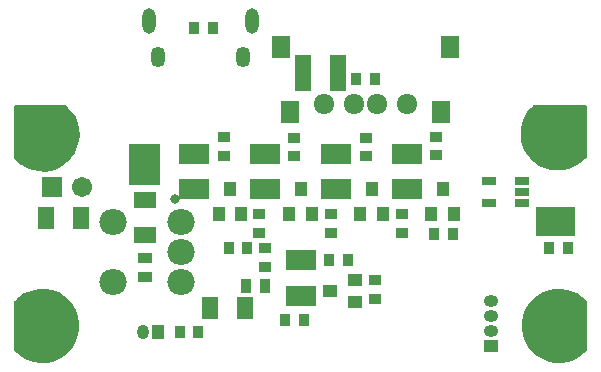
<source format=gbr>
%TF.GenerationSoftware,Altium Limited,Altium Designer,20.2.4 (192)*%
G04 Layer_Color=16711935*
%FSLAX26Y26*%
%MOIN*%
%TF.SameCoordinates,97307457-8CCF-4A7E-BA0C-C77F47F2EFA4*%
%TF.FilePolarity,Negative*%
%TF.FileFunction,Soldermask,Bot*%
%TF.Part,Single*%
G01*
G75*
%TA.AperFunction,SMDPad,CuDef*%
%ADD67R,0.056819X0.076000*%
%ADD68R,0.038000X0.046433*%
%ADD69R,0.035559X0.043433*%
%ADD70R,0.047370X0.039496*%
%ADD71R,0.039496X0.047370*%
%ADD72R,0.046433X0.038000*%
%ADD73R,0.076000X0.056819*%
%ADD74R,0.051307X0.031622*%
%ADD75R,0.098551X0.067055*%
%ADD76R,0.043433X0.035559*%
%ADD77R,0.056819X0.118630*%
%ADD78C,0.023000*%
%TA.AperFunction,ComponentPad*%
%ADD79O,0.043433X0.084772*%
%ADD80O,0.049339X0.069024*%
%ADD81O,0.090677X0.086740*%
%ADD82C,0.067055*%
%ADD83R,0.067055X0.067055*%
%ADD84O,0.067055X0.070992*%
%ADD85R,0.059181X0.076898*%
%TA.AperFunction,ViaPad*%
%ADD86C,0.165480*%
%TA.AperFunction,ComponentPad*%
%ADD87R,0.039496X0.048000*%
%ADD88O,0.039496X0.048000*%
%ADD89O,0.048000X0.039496*%
%ADD90R,0.048000X0.039496*%
%TA.AperFunction,TestPad*%
%ADD91C,0.031622*%
G36*
X1904534Y859324D02*
X1904786Y859307D01*
X1905051Y859289D01*
X1905054Y859289D01*
X1905057Y859288D01*
X1905310Y859238D01*
X1905565Y859187D01*
X1905568Y859186D01*
X1905572Y859185D01*
X1905831Y859097D01*
X1906062Y859019D01*
X1906064Y859017D01*
X1906068Y859016D01*
X1906308Y858897D01*
X1906532Y858787D01*
X1906535Y858785D01*
X1906538Y858783D01*
X1906752Y858640D01*
X1906968Y858495D01*
X1906970Y858493D01*
X1906973Y858491D01*
X1907167Y858321D01*
X1907362Y858149D01*
X1907364Y858147D01*
X1907367Y858145D01*
X1907530Y857959D01*
X1907708Y857755D01*
X1907710Y857752D01*
X1907712Y857750D01*
X1907850Y857543D01*
X1907999Y857319D01*
X1908001Y857316D01*
X1908002Y857314D01*
X1908116Y857083D01*
X1908231Y856849D01*
X1908232Y856846D01*
X1908234Y856843D01*
X1908313Y856606D01*
X1908400Y856352D01*
X1908400Y856349D01*
X1908401Y856346D01*
X1908453Y856085D01*
X1908502Y855838D01*
X1908502Y855835D01*
X1908503Y855832D01*
X1908520Y855560D01*
X1908536Y855315D01*
Y689961D01*
X1908531Y689883D01*
X1908533Y689808D01*
X1908514Y689626D01*
X1908502Y689438D01*
X1908487Y689361D01*
X1908479Y689286D01*
X1908437Y689109D01*
X1908400Y688923D01*
X1908375Y688849D01*
X1908357Y688776D01*
X1908292Y688606D01*
X1908231Y688427D01*
X1908197Y688357D01*
X1908170Y688287D01*
X1908082Y688125D01*
X1907999Y687956D01*
X1907956Y687892D01*
X1907920Y687826D01*
X1907812Y687676D01*
X1907708Y687520D01*
X1907657Y687463D01*
X1907612Y687401D01*
X1901301Y679795D01*
X1901255Y679746D01*
X1901215Y679694D01*
X1901076Y679558D01*
X1900941Y679415D01*
X1900889Y679373D01*
X1900842Y679326D01*
X1885905Y666380D01*
X1885852Y666340D01*
X1885803Y666295D01*
X1885643Y666181D01*
X1885487Y666063D01*
X1885430Y666031D01*
X1885375Y665992D01*
X1868525Y655659D01*
X1868466Y655628D01*
X1868411Y655592D01*
X1868234Y655506D01*
X1868061Y655415D01*
X1867999Y655392D01*
X1867939Y655363D01*
X1849627Y647921D01*
X1849564Y647900D01*
X1849504Y647873D01*
X1849315Y647817D01*
X1849130Y647756D01*
X1849064Y647743D01*
X1849001Y647724D01*
X1829720Y643372D01*
X1829654Y643362D01*
X1829590Y643345D01*
X1829396Y643321D01*
X1829202Y643291D01*
X1829135Y643289D01*
X1829069Y643281D01*
X1809336Y642136D01*
X1809270Y642136D01*
X1809204Y642130D01*
X1809006Y642139D01*
X1808812Y642140D01*
X1808747Y642149D01*
X1808680Y642152D01*
X1789025Y644245D01*
X1788959Y644256D01*
X1788893Y644261D01*
X1788703Y644301D01*
X1788508Y644334D01*
X1788444Y644354D01*
X1788380Y644368D01*
X1769330Y649643D01*
X1769267Y649664D01*
X1769203Y649680D01*
X1769021Y649750D01*
X1768835Y649815D01*
X1768776Y649845D01*
X1768714Y649869D01*
X1750782Y658184D01*
X1750723Y658216D01*
X1750662Y658242D01*
X1750494Y658341D01*
X1750322Y658435D01*
X1750268Y658474D01*
X1750211Y658508D01*
X1733877Y669640D01*
X1733825Y669681D01*
X1733769Y669716D01*
X1733619Y669842D01*
X1733464Y669963D01*
X1733417Y670010D01*
X1733367Y670053D01*
X1719070Y683702D01*
X1719025Y683751D01*
X1718976Y683796D01*
X1718847Y683945D01*
X1718715Y684089D01*
X1718677Y684143D01*
X1718634Y684193D01*
X1706758Y699994D01*
X1706722Y700051D01*
X1706680Y700102D01*
X1706579Y700269D01*
X1706472Y700433D01*
X1706443Y700493D01*
X1706408Y700550D01*
X1697273Y718078D01*
X1697245Y718140D01*
X1697213Y718197D01*
X1697141Y718377D01*
X1697061Y718558D01*
X1697043Y718622D01*
X1697018Y718684D01*
X1690867Y737469D01*
X1690851Y737533D01*
X1690828Y737596D01*
X1690786Y737787D01*
X1690737Y737976D01*
X1690729Y738042D01*
X1690715Y738107D01*
X1687715Y757644D01*
X1687709Y757712D01*
X1687697Y757776D01*
X1687686Y757970D01*
X1687669Y758167D01*
X1687672Y758234D01*
X1687669Y758300D01*
X1687899Y778064D01*
X1687904Y778130D01*
X1687903Y778197D01*
X1687925Y778393D01*
X1687940Y778587D01*
X1687953Y778652D01*
X1687961Y778718D01*
X1691416Y798180D01*
X1691432Y798245D01*
X1691441Y798310D01*
X1691494Y798498D01*
X1691541Y798689D01*
X1691565Y798751D01*
X1691583Y798815D01*
X1698170Y817451D01*
X1698197Y817513D01*
X1698217Y817576D01*
X1698300Y817753D01*
X1698377Y817933D01*
X1698411Y817990D01*
X1698439Y818051D01*
X1707981Y835361D01*
X1708017Y835417D01*
X1708047Y835476D01*
X1708158Y835637D01*
X1708264Y835802D01*
X1708307Y835853D01*
X1708345Y835908D01*
X1720585Y851428D01*
X1720630Y851477D01*
X1720669Y851531D01*
X1720805Y851672D01*
X1720936Y851817D01*
X1720987Y851860D01*
X1721033Y851908D01*
X1728339Y858564D01*
X1728474Y858672D01*
X1728603Y858785D01*
X1728678Y858835D01*
X1728748Y858891D01*
X1728898Y858981D01*
X1729040Y859076D01*
X1729120Y859115D01*
X1729198Y859162D01*
X1729356Y859231D01*
X1729511Y859307D01*
X1729596Y859336D01*
X1729678Y859372D01*
X1729843Y859420D01*
X1730007Y859475D01*
X1730096Y859492D01*
X1730182Y859517D01*
X1730351Y859543D01*
X1730522Y859577D01*
X1730612Y859582D01*
X1730700Y859596D01*
X1730872Y859599D01*
X1731045Y859610D01*
X1904534Y859324D01*
D02*
G37*
G36*
X170066Y859318D02*
X170142Y859321D01*
X170324Y859302D01*
X170512Y859289D01*
X170589Y859274D01*
X170663Y859266D01*
X170840Y859224D01*
X171027Y859187D01*
X171101Y859162D01*
X171173Y859144D01*
X171343Y859080D01*
X171523Y859019D01*
X171593Y858984D01*
X171663Y858957D01*
X171824Y858870D01*
X171994Y858787D01*
X172058Y858743D01*
X172124Y858707D01*
X172273Y858600D01*
X172429Y858495D01*
X172488Y858444D01*
X172549Y858400D01*
X180155Y852089D01*
X180203Y852043D01*
X180255Y852002D01*
X180392Y851864D01*
X180535Y851728D01*
X180577Y851677D01*
X180624Y851629D01*
X193570Y836693D01*
X193610Y836640D01*
X193655Y836591D01*
X193768Y836430D01*
X193886Y836275D01*
X193919Y836217D01*
X193958Y836163D01*
X204290Y819312D01*
X204322Y819253D01*
X204358Y819198D01*
X204443Y819022D01*
X204535Y818848D01*
X204558Y818786D01*
X204587Y818726D01*
X212029Y800415D01*
X212050Y800352D01*
X212077Y800291D01*
X212132Y800103D01*
X212194Y799917D01*
X212207Y799852D01*
X212226Y799788D01*
X216577Y780507D01*
X216588Y780441D01*
X216605Y780377D01*
X216629Y780183D01*
X216659Y779989D01*
X216661Y779923D01*
X216669Y779857D01*
X217814Y760124D01*
X217813Y760057D01*
X217819Y759991D01*
X217811Y759794D01*
X217810Y759599D01*
X217801Y759534D01*
X217798Y759467D01*
X215705Y739812D01*
X215694Y739746D01*
X215689Y739680D01*
X215649Y739490D01*
X215615Y739296D01*
X215595Y739232D01*
X215582Y739167D01*
X210307Y720118D01*
X210285Y720055D01*
X210270Y719990D01*
X210199Y719808D01*
X210135Y719623D01*
X210105Y719563D01*
X210081Y719501D01*
X201766Y701569D01*
X201734Y701511D01*
X201708Y701450D01*
X201609Y701281D01*
X201515Y701109D01*
X201476Y701055D01*
X201442Y700998D01*
X190310Y684664D01*
X190269Y684612D01*
X190233Y684556D01*
X190108Y684406D01*
X189987Y684251D01*
X189939Y684205D01*
X189897Y684154D01*
X176247Y669857D01*
X176199Y669813D01*
X176154Y669763D01*
X176005Y669635D01*
X175861Y669503D01*
X175807Y669465D01*
X175756Y669421D01*
X159955Y657546D01*
X159899Y657509D01*
X159848Y657468D01*
X159681Y657367D01*
X159517Y657259D01*
X159457Y657230D01*
X159400Y657196D01*
X141871Y648060D01*
X141810Y648033D01*
X141752Y648001D01*
X141572Y647928D01*
X141392Y647849D01*
X141327Y647830D01*
X141266Y647805D01*
X122481Y641655D01*
X122417Y641638D01*
X122354Y641616D01*
X122163Y641573D01*
X121973Y641525D01*
X121908Y641517D01*
X121842Y641502D01*
X102305Y638502D01*
X102238Y638496D01*
X102174Y638484D01*
X101980Y638474D01*
X101783Y638457D01*
X101716Y638460D01*
X101650Y638456D01*
X81885Y638687D01*
X81820Y638692D01*
X81753Y638690D01*
X81556Y638712D01*
X81363Y638727D01*
X81298Y638741D01*
X81231Y638748D01*
X61770Y642203D01*
X61705Y642219D01*
X61639Y642229D01*
X61451Y642282D01*
X61261Y642328D01*
X61199Y642353D01*
X61135Y642371D01*
X42498Y648958D01*
X42437Y648984D01*
X42374Y649004D01*
X42197Y649087D01*
X42017Y649164D01*
X41960Y649198D01*
X41899Y649227D01*
X24589Y658769D01*
X24532Y658805D01*
X24474Y658835D01*
X24312Y658946D01*
X24147Y659052D01*
X24097Y659094D01*
X24042Y659132D01*
X8522Y671373D01*
X8473Y671418D01*
X8419Y671457D01*
X8278Y671592D01*
X8133Y671724D01*
X8089Y671774D01*
X8041Y671821D01*
X1385Y679126D01*
X1278Y679261D01*
X1164Y679391D01*
X1115Y679465D01*
X1058Y679536D01*
X968Y679685D01*
X874Y679827D01*
X834Y679908D01*
X788Y679985D01*
X718Y680143D01*
X642Y680298D01*
X614Y680383D01*
X578Y680466D01*
X530Y680631D01*
X475Y680795D01*
X457Y680883D01*
X432Y680969D01*
X407Y681139D01*
X373Y681309D01*
X368Y681399D01*
X354Y681488D01*
X351Y681660D01*
X340Y681832D01*
X626Y855322D01*
X643Y855573D01*
X661Y855838D01*
X661Y855842D01*
X662Y855845D01*
X712Y856097D01*
X763Y856352D01*
X764Y856356D01*
X765Y856359D01*
X853Y856619D01*
X931Y856849D01*
X933Y856852D01*
X934Y856855D01*
X1053Y857095D01*
X1163Y857319D01*
X1165Y857322D01*
X1167Y857325D01*
X1310Y857539D01*
X1455Y857755D01*
X1457Y857758D01*
X1459Y857760D01*
X1629Y857954D01*
X1800Y858149D01*
X1803Y858152D01*
X1805Y858154D01*
X1991Y858317D01*
X2195Y858495D01*
X2198Y858497D01*
X2200Y858499D01*
X2407Y858637D01*
X2631Y858787D01*
X2634Y858788D01*
X2636Y858790D01*
X2867Y858903D01*
X3101Y859019D01*
X3104Y859020D01*
X3107Y859021D01*
X3344Y859101D01*
X3597Y859187D01*
X3601Y859188D01*
X3604Y859189D01*
X3865Y859240D01*
X4112Y859289D01*
X4115Y859289D01*
X4118Y859290D01*
X4390Y859308D01*
X4635Y859324D01*
X169989D01*
X170066Y859318D01*
D02*
G37*
G36*
X487205Y731348D02*
X487205Y594488D01*
X383858Y594488D01*
X383858Y731348D01*
X487205Y731348D01*
D02*
G37*
G36*
X1868110Y423228D02*
X1738189D01*
Y520668D01*
X1868110D01*
Y423228D01*
D02*
G37*
G36*
X1823561Y248181D02*
X1823741Y248174D01*
X1823822Y248160D01*
X1823903Y248154D01*
X1844321Y245164D01*
X1844400Y245147D01*
X1844482Y245137D01*
X1844657Y245092D01*
X1844833Y245054D01*
X1844910Y245027D01*
X1844989Y245006D01*
X1864596Y238574D01*
X1864672Y238543D01*
X1864750Y238520D01*
X1864914Y238446D01*
X1865083Y238378D01*
X1865154Y238338D01*
X1865228Y238304D01*
X1883449Y228618D01*
X1883518Y228575D01*
X1883591Y228538D01*
X1883740Y228437D01*
X1883895Y228342D01*
X1883958Y228290D01*
X1884025Y228244D01*
X1900324Y215588D01*
X1900385Y215534D01*
X1900451Y215486D01*
X1900580Y215361D01*
X1900716Y215240D01*
X1900770Y215178D01*
X1900828Y215122D01*
X1907777Y207495D01*
X1907883Y207363D01*
X1907994Y207236D01*
X1908046Y207159D01*
X1908104Y207085D01*
X1908192Y206940D01*
X1908285Y206800D01*
X1908327Y206716D01*
X1908375Y206636D01*
X1908443Y206482D01*
X1908517Y206330D01*
X1908547Y206242D01*
X1908585Y206156D01*
X1908632Y205993D01*
X1908686Y205833D01*
X1908704Y205741D01*
X1908730Y205652D01*
X1908755Y205485D01*
X1908788Y205319D01*
X1908794Y205226D01*
X1908808Y205134D01*
X1908811Y204964D01*
X1908822Y204796D01*
X1908823Y43236D01*
X1908812Y43067D01*
X1908808Y42898D01*
X1908794Y42806D01*
X1908788Y42713D01*
X1908755Y42546D01*
X1908730Y42379D01*
X1908704Y42290D01*
X1908686Y42198D01*
X1908632Y42038D01*
X1908585Y41876D01*
X1908547Y41790D01*
X1908517Y41702D01*
X1908443Y41550D01*
X1908375Y41395D01*
X1908327Y41315D01*
X1908285Y41231D01*
X1908192Y41092D01*
X1908104Y40946D01*
X1908046Y40873D01*
X1907994Y40795D01*
X1907883Y40669D01*
X1907777Y40536D01*
X1900828Y32909D01*
X1900769Y32852D01*
X1900716Y32791D01*
X1900581Y32671D01*
X1900451Y32546D01*
X1900384Y32497D01*
X1900324Y32443D01*
X1884025Y19787D01*
X1883958Y19741D01*
X1883895Y19689D01*
X1883740Y19594D01*
X1883591Y19493D01*
X1883519Y19457D01*
X1883449Y19414D01*
X1865228Y9727D01*
X1865154Y9693D01*
X1865083Y9653D01*
X1864916Y9586D01*
X1864750Y9512D01*
X1864672Y9488D01*
X1864596Y9458D01*
X1844989Y3025D01*
X1844911Y3005D01*
X1844833Y2977D01*
X1844656Y2939D01*
X1844482Y2894D01*
X1844400Y2885D01*
X1844321Y2868D01*
X1823903Y-122D01*
X1823822Y-129D01*
X1823741Y-143D01*
X1823561Y-150D01*
X1823381Y-164D01*
X1823299Y-160D01*
X1823217Y-163D01*
X1802589Y378D01*
X1802508Y385D01*
X1802426Y386D01*
X1802247Y409D01*
X1802067Y426D01*
X1801988Y444D01*
X1801907Y455D01*
X1781674Y4511D01*
X1781595Y4532D01*
X1781515Y4546D01*
X1781342Y4600D01*
X1781168Y4647D01*
X1781092Y4678D01*
X1781014Y4703D01*
X1761772Y12154D01*
X1761698Y12188D01*
X1761620Y12216D01*
X1761458Y12300D01*
X1761296Y12375D01*
X1761228Y12419D01*
X1761154Y12457D01*
X1743467Y23085D01*
X1743400Y23132D01*
X1743329Y23172D01*
X1743185Y23280D01*
X1743036Y23384D01*
X1742976Y23439D01*
X1742911Y23488D01*
X1727298Y36981D01*
X1727240Y37038D01*
X1727177Y37090D01*
X1727053Y37222D01*
X1726925Y37349D01*
X1726874Y37413D01*
X1726819Y37473D01*
X1713740Y53434D01*
X1713692Y53501D01*
X1713639Y53562D01*
X1713540Y53712D01*
X1713435Y53860D01*
X1713396Y53933D01*
X1713351Y54001D01*
X1703190Y71961D01*
X1703155Y72035D01*
X1703113Y72105D01*
X1703041Y72270D01*
X1702963Y72433D01*
X1702937Y72510D01*
X1702905Y72586D01*
X1695960Y92017D01*
X1695938Y92096D01*
X1695908Y92172D01*
X1695866Y92347D01*
X1695816Y92521D01*
X1695804Y92603D01*
X1695785Y92682D01*
X1692261Y113013D01*
X1692252Y113095D01*
X1692236Y113175D01*
X1692225Y113355D01*
X1692206Y113535D01*
X1692207Y113617D01*
X1692202Y113698D01*
X1692202Y134333D01*
X1692207Y134415D01*
X1692205Y134496D01*
X1692225Y134677D01*
X1692236Y134856D01*
X1692252Y134936D01*
X1692261Y135018D01*
X1695785Y155350D01*
X1695804Y155430D01*
X1695816Y155510D01*
X1695866Y155683D01*
X1695908Y155859D01*
X1695938Y155936D01*
X1695960Y156014D01*
X1702905Y175446D01*
X1702937Y175521D01*
X1702963Y175598D01*
X1703041Y175761D01*
X1703113Y175927D01*
X1703155Y175997D01*
X1703190Y176070D01*
X1713351Y194030D01*
X1713396Y194099D01*
X1713435Y194171D01*
X1713540Y194318D01*
X1713639Y194469D01*
X1713692Y194531D01*
X1713740Y194597D01*
X1726819Y210558D01*
X1726874Y210618D01*
X1726925Y210682D01*
X1727053Y210809D01*
X1727177Y210941D01*
X1727240Y210993D01*
X1727298Y211050D01*
X1742910Y224543D01*
X1742976Y224593D01*
X1743036Y224648D01*
X1743183Y224750D01*
X1743329Y224859D01*
X1743400Y224900D01*
X1743467Y224946D01*
X1761154Y235575D01*
X1761227Y235612D01*
X1761296Y235656D01*
X1761460Y235732D01*
X1761621Y235815D01*
X1761698Y235843D01*
X1761772Y235877D01*
X1781014Y243328D01*
X1781093Y243353D01*
X1781168Y243384D01*
X1781341Y243431D01*
X1781514Y243485D01*
X1781595Y243500D01*
X1781674Y243521D01*
X1801907Y247577D01*
X1801988Y247587D01*
X1802067Y247605D01*
X1802247Y247622D01*
X1802426Y247646D01*
X1802508Y247646D01*
X1802589Y247653D01*
X1823217Y248194D01*
X1823299Y248191D01*
X1823381Y248195D01*
X1823561Y248181D01*
D02*
G37*
G36*
X86150Y248191D02*
X86231Y248194D01*
X106859Y247653D01*
X106941Y247646D01*
X107023Y247646D01*
X107202Y247622D01*
X107382Y247605D01*
X107461Y247587D01*
X107542Y247577D01*
X127775Y243521D01*
X127853Y243500D01*
X127934Y243485D01*
X128108Y243431D01*
X128281Y243384D01*
X128356Y243353D01*
X128435Y243328D01*
X147677Y235877D01*
X147751Y235843D01*
X147828Y235815D01*
X147989Y235732D01*
X148153Y235656D01*
X148222Y235612D01*
X148294Y235575D01*
X165982Y224946D01*
X166048Y224900D01*
X166120Y224859D01*
X166266Y224750D01*
X166413Y224648D01*
X166473Y224593D01*
X166538Y224543D01*
X182151Y211050D01*
X182209Y210993D01*
X182272Y210941D01*
X182396Y210809D01*
X182524Y210682D01*
X182574Y210618D01*
X182630Y210558D01*
X195709Y194597D01*
X195756Y194531D01*
X195810Y194469D01*
X195909Y194318D01*
X196014Y194171D01*
X196053Y194099D01*
X196097Y194030D01*
X206258Y176070D01*
X206294Y175997D01*
X206336Y175927D01*
X206408Y175761D01*
X206486Y175598D01*
X206512Y175521D01*
X206544Y175446D01*
X213489Y156014D01*
X213511Y155936D01*
X213541Y155859D01*
X213583Y155683D01*
X213632Y155510D01*
X213644Y155430D01*
X213664Y155350D01*
X217188Y135018D01*
X217196Y134936D01*
X217212Y134856D01*
X217224Y134677D01*
X217243Y134496D01*
X217241Y134415D01*
X217247Y134333D01*
X217247Y113698D01*
X217241Y113617D01*
X217243Y113535D01*
X217224Y113355D01*
X217212Y113175D01*
X217196Y113095D01*
X217188Y113013D01*
X213664Y92682D01*
X213645Y92603D01*
X213633Y92521D01*
X213583Y92347D01*
X213541Y92172D01*
X213511Y92096D01*
X213489Y92017D01*
X206544Y72586D01*
X206512Y72510D01*
X206486Y72433D01*
X206408Y72270D01*
X206336Y72105D01*
X206294Y72035D01*
X206258Y71961D01*
X196097Y54001D01*
X196053Y53933D01*
X196014Y53860D01*
X195908Y53712D01*
X195810Y53562D01*
X195757Y53501D01*
X195709Y53434D01*
X182630Y37473D01*
X182574Y37413D01*
X182524Y37349D01*
X182396Y37222D01*
X182272Y37090D01*
X182209Y37038D01*
X182151Y36981D01*
X166538Y23488D01*
X166473Y23439D01*
X166413Y23384D01*
X166263Y23280D01*
X166120Y23172D01*
X166049Y23132D01*
X165982Y23085D01*
X148294Y12457D01*
X148221Y12419D01*
X148153Y12375D01*
X147990Y12300D01*
X147828Y12216D01*
X147751Y12188D01*
X147677Y12154D01*
X128434Y4703D01*
X128356Y4678D01*
X128281Y4647D01*
X128107Y4600D01*
X127934Y4546D01*
X127853Y4532D01*
X127775Y4511D01*
X107542Y455D01*
X107461Y444D01*
X107382Y426D01*
X107202Y409D01*
X107023Y386D01*
X106941Y385D01*
X106859Y378D01*
X86231Y-163D01*
X86150Y-160D01*
X86068Y-164D01*
X85888Y-150D01*
X85707Y-143D01*
X85627Y-129D01*
X85546Y-122D01*
X65128Y2868D01*
X65049Y2885D01*
X64967Y2894D01*
X64793Y2939D01*
X64615Y2977D01*
X64538Y3005D01*
X64459Y3025D01*
X44852Y9458D01*
X44777Y9488D01*
X44698Y9512D01*
X44533Y9586D01*
X44366Y9653D01*
X44295Y9693D01*
X44220Y9727D01*
X26000Y19414D01*
X25930Y19457D01*
X25858Y19493D01*
X25709Y19594D01*
X25554Y19689D01*
X25491Y19741D01*
X25423Y19787D01*
X9125Y32443D01*
X9064Y32497D01*
X8998Y32546D01*
X8868Y32671D01*
X8733Y32791D01*
X8680Y32852D01*
X8620Y32909D01*
X1672Y40536D01*
X1566Y40669D01*
X1455Y40795D01*
X1403Y40873D01*
X1345Y40946D01*
X1257Y41092D01*
X1163Y41231D01*
X1122Y41315D01*
X1074Y41395D01*
X1006Y41550D01*
X931Y41702D01*
X901Y41790D01*
X864Y41876D01*
X817Y42038D01*
X763Y42198D01*
X745Y42290D01*
X719Y42379D01*
X694Y42546D01*
X660Y42713D01*
X654Y42806D01*
X640Y42898D01*
X637Y43067D01*
X626Y43236D01*
X626Y43237D01*
Y204796D01*
X637Y204964D01*
X641Y205134D01*
X654Y205226D01*
X661Y205319D01*
X694Y205485D01*
X719Y205652D01*
X745Y205741D01*
X763Y205833D01*
X817Y205993D01*
X864Y206156D01*
X902Y206242D01*
X931Y206330D01*
X1006Y206482D01*
X1074Y206636D01*
X1122Y206716D01*
X1163Y206800D01*
X1257Y206940D01*
X1345Y207085D01*
X1403Y207159D01*
X1455Y207236D01*
X1566Y207363D01*
X1672Y207495D01*
X8620Y215122D01*
X8679Y215178D01*
X8733Y215240D01*
X8869Y215361D01*
X8998Y215486D01*
X9064Y215534D01*
X9125Y215588D01*
X25423Y228244D01*
X25491Y228290D01*
X25554Y228342D01*
X25709Y228437D01*
X25858Y228538D01*
X25931Y228575D01*
X26000Y228618D01*
X44221Y238304D01*
X44295Y238338D01*
X44366Y238378D01*
X44535Y238446D01*
X44699Y238520D01*
X44777Y238543D01*
X44853Y238574D01*
X64459Y245006D01*
X64539Y245027D01*
X64615Y245054D01*
X64792Y245092D01*
X64967Y245137D01*
X65049Y245147D01*
X65128Y245164D01*
X85546Y248154D01*
X85627Y248160D01*
X85708Y248174D01*
X85888Y248181D01*
X86068Y248195D01*
X86150Y248191D01*
D02*
G37*
D67*
X768110Y183077D02*
D03*
X651181D02*
D03*
X105453Y483661D02*
D03*
X222382D02*
D03*
D68*
X771399Y258083D02*
D03*
X835210D02*
D03*
D69*
X964961Y144499D02*
D03*
X903150D02*
D03*
X600000Y1118110D02*
D03*
X661811D02*
D03*
X777362Y383680D02*
D03*
X715551D02*
D03*
X1140354Y946850D02*
D03*
X1202165D02*
D03*
X1784055Y384998D02*
D03*
X1845866D02*
D03*
X613189Y103532D02*
D03*
X551378D02*
D03*
X1462008Y431102D02*
D03*
X1400197D02*
D03*
X1111024Y342520D02*
D03*
X1049213D02*
D03*
D70*
X1054134Y240087D02*
D03*
X1136811Y202686D02*
D03*
Y277489D02*
D03*
D71*
X1427953Y580709D02*
D03*
X1390551Y498032D02*
D03*
X1465354D02*
D03*
X1190945Y580709D02*
D03*
X1153543Y498032D02*
D03*
X1228346D02*
D03*
X954724Y580709D02*
D03*
X917323Y498032D02*
D03*
X992126D02*
D03*
X718701Y580709D02*
D03*
X681299Y498032D02*
D03*
X756102D02*
D03*
D72*
X437008Y349819D02*
D03*
Y286008D02*
D03*
D73*
Y542717D02*
D03*
Y425787D02*
D03*
D74*
X1581299Y532480D02*
D03*
Y607284D02*
D03*
X1691536Y532480D02*
D03*
Y569882D02*
D03*
Y607284D02*
D03*
D75*
X1309055Y696850D02*
D03*
Y578740D02*
D03*
X1072835D02*
D03*
Y696850D02*
D03*
X836614D02*
D03*
Y578740D02*
D03*
X600394D02*
D03*
Y696850D02*
D03*
X954724Y342520D02*
D03*
Y224410D02*
D03*
D76*
X816929Y496457D02*
D03*
Y434646D02*
D03*
X836614Y320445D02*
D03*
Y382256D02*
D03*
X1055118Y496457D02*
D03*
Y434646D02*
D03*
X1291339D02*
D03*
Y496457D02*
D03*
X1202165Y276991D02*
D03*
Y215180D02*
D03*
X1405512Y754331D02*
D03*
Y692520D02*
D03*
X1171260Y689567D02*
D03*
Y751378D02*
D03*
X934055D02*
D03*
Y689567D02*
D03*
X697835Y690551D02*
D03*
Y752362D02*
D03*
D77*
X1078150Y968504D02*
D03*
X961220D02*
D03*
D78*
X535433Y548033D02*
D03*
D79*
X448819Y1138780D02*
D03*
X791339D02*
D03*
D80*
X478346Y1019685D02*
D03*
X761811D02*
D03*
D81*
X330181Y271654D02*
D03*
Y471654D02*
D03*
X555181Y271654D02*
D03*
Y371654D02*
D03*
X555181Y471654D02*
D03*
D82*
X224760Y586417D02*
D03*
D83*
X124760D02*
D03*
D84*
X1309055Y863779D02*
D03*
X1210630D02*
D03*
X1131890D02*
D03*
X1033465D02*
D03*
D85*
X1423228Y838583D02*
D03*
X919291D02*
D03*
X889764Y1053543D02*
D03*
X1452756D02*
D03*
D86*
X88583Y767716D02*
D03*
X1820866Y124016D02*
D03*
Y767716D02*
D03*
X88583Y124016D02*
D03*
D87*
X478740Y103347D02*
D03*
D88*
X428740D02*
D03*
D89*
X1589567Y205512D02*
D03*
Y155512D02*
D03*
Y105512D02*
D03*
D90*
Y55512D02*
D03*
D91*
X535433Y545670D02*
D03*
%TF.MD5,188c938dcae20d004bddc19a046c81b4*%
M02*

</source>
